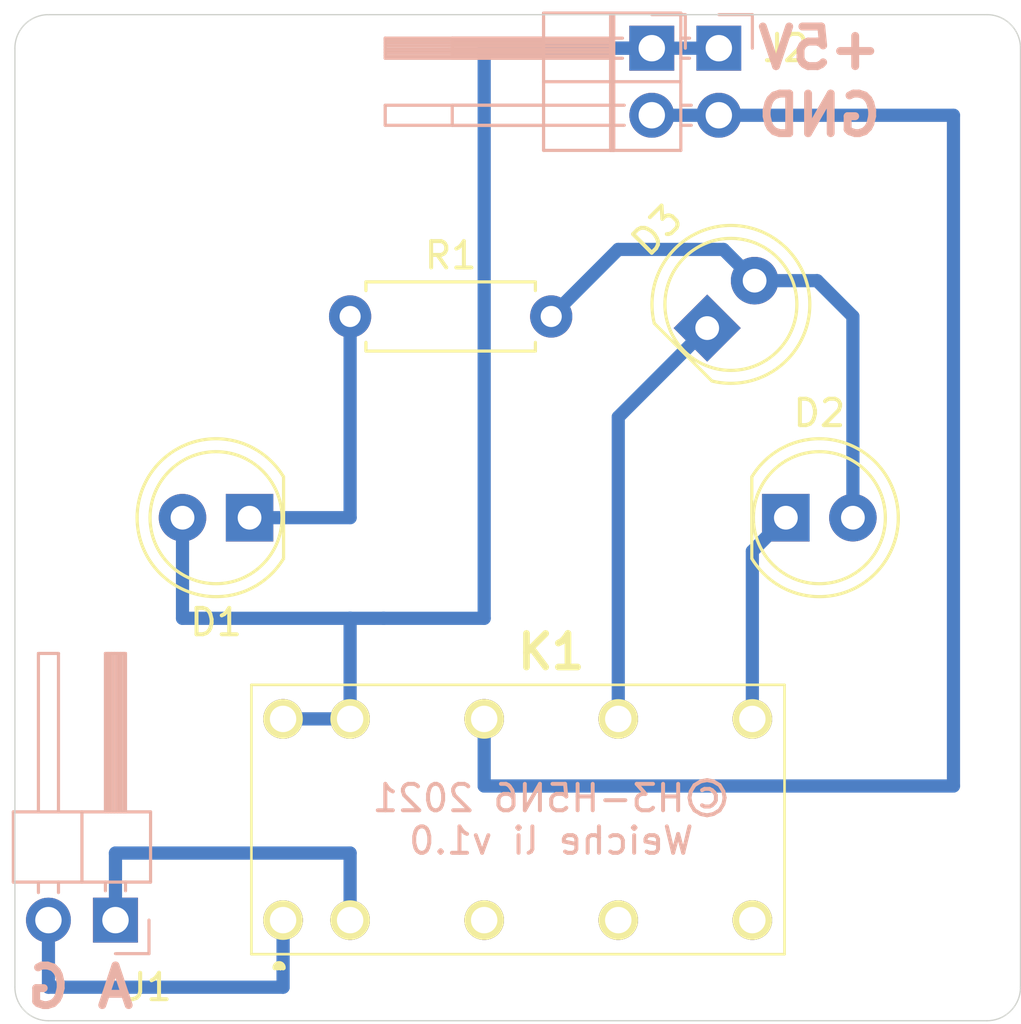
<source format=kicad_pcb>
(kicad_pcb (version 20171130) (host pcbnew 5.1.10)

  (general
    (thickness 1.6)
    (drawings 14)
    (tracks 33)
    (zones 0)
    (modules 10)
    (nets 9)
  )

  (page A4)
  (layers
    (0 F.Cu signal)
    (31 B.Cu signal)
    (32 B.Adhes user hide)
    (33 F.Adhes user hide)
    (34 B.Paste user hide)
    (35 F.Paste user hide)
    (36 B.SilkS user)
    (37 F.SilkS user)
    (38 B.Mask user)
    (39 F.Mask user hide)
    (40 Dwgs.User user hide)
    (41 Cmts.User user hide)
    (42 Eco1.User user hide)
    (43 Eco2.User user hide)
    (44 Edge.Cuts user)
    (45 Margin user hide)
    (46 B.CrtYd user)
    (47 F.CrtYd user)
    (48 B.Fab user hide)
    (49 F.Fab user hide)
  )

  (setup
    (last_trace_width 0.5)
    (trace_clearance 0.2)
    (zone_clearance 0.508)
    (zone_45_only no)
    (trace_min 0.2)
    (via_size 0.8)
    (via_drill 0.4)
    (via_min_size 0.4)
    (via_min_drill 0.3)
    (uvia_size 0.3)
    (uvia_drill 0.1)
    (uvias_allowed no)
    (uvia_min_size 0.2)
    (uvia_min_drill 0.1)
    (edge_width 0.05)
    (segment_width 0.2)
    (pcb_text_width 0.3)
    (pcb_text_size 1.5 1.5)
    (mod_edge_width 0.12)
    (mod_text_size 1 1)
    (mod_text_width 0.15)
    (pad_size 3.2 3.2)
    (pad_drill 3.2)
    (pad_to_mask_clearance 0)
    (aux_axis_origin 0 0)
    (grid_origin 115.57 87.63)
    (visible_elements FFFFFF7F)
    (pcbplotparams
      (layerselection 0x010fc_ffffffff)
      (usegerberextensions true)
      (usegerberattributes false)
      (usegerberadvancedattributes false)
      (creategerberjobfile false)
      (excludeedgelayer true)
      (linewidth 0.100000)
      (plotframeref false)
      (viasonmask false)
      (mode 1)
      (useauxorigin false)
      (hpglpennumber 1)
      (hpglpenspeed 20)
      (hpglpendiameter 15.000000)
      (psnegative false)
      (psa4output false)
      (plotreference true)
      (plotvalue false)
      (plotinvisibletext false)
      (padsonsilk false)
      (subtractmaskfromsilk true)
      (outputformat 1)
      (mirror false)
      (drillshape 0)
      (scaleselection 1)
      (outputdirectory "plot/"))
  )

  (net 0 "")
  (net 1 "Net-(D1-Pad1)")
  (net 2 "Net-(D2-Pad1)")
  (net 3 "Net-(D3-Pad1)")
  (net 4 "Net-(J1-Pad2)")
  (net 5 "Net-(J1-Pad1)")
  (net 6 +5V)
  (net 7 GND)
  (net 8 "Net-(D2-Pad2)")

  (net_class Default "This is the default net class."
    (clearance 0.2)
    (trace_width 0.5)
    (via_dia 0.8)
    (via_drill 0.4)
    (uvia_dia 0.3)
    (uvia_drill 0.1)
    (add_net +5V)
    (add_net GND)
    (add_net "Net-(D1-Pad1)")
    (add_net "Net-(D2-Pad1)")
    (add_net "Net-(D2-Pad2)")
    (add_net "Net-(D3-Pad1)")
    (add_net "Net-(J1-Pad1)")
    (add_net "Net-(J1-Pad2)")
  )

  (module Mounting_Holes:MountingHole_3.2mm_M3 (layer F.Cu) (tedit 56D1B4CB) (tstamp 609037AC)
    (at 123.19 97.79)
    (descr "Mounting Hole 3.2mm, no annular, M3")
    (tags "mounting hole 3.2mm no annular m3")
    (path /6074DA08)
    (attr virtual)
    (fp_text reference H1 (at 0 -4.2) (layer F.SilkS) hide
      (effects (font (size 1 1) (thickness 0.15)))
    )
    (fp_text value MountingHole (at 0 4.2) (layer F.Fab) hide
      (effects (font (size 1 1) (thickness 0.15)))
    )
    (fp_circle (center 0 0) (end 3.45 0) (layer F.CrtYd) (width 0.05))
    (fp_circle (center 0 0) (end 3.2 0) (layer Cmts.User) (width 0.15))
    (fp_text user %R (at 0.3 0) (layer F.Fab) hide
      (effects (font (size 1 1) (thickness 0.15)))
    )
    (pad 1 np_thru_hole circle (at 0 0) (size 3.2 3.2) (drill 3.2) (layers *.Cu *.Mask))
  )

  (module HFD2005SL2D (layer F.Cu) (tedit 60566F5C) (tstamp 6090372C)
    (at 125.73 121.92)
    (descr HFD2/005-S-L2-D-3)
    (tags "Relay or Contactor")
    (path /6125B40D)
    (fp_text reference K1 (at 10.16 -10.16) (layer F.SilkS)
      (effects (font (size 1.27 1.27) (thickness 0.254)))
    )
    (fp_text value HFD2_005-S-L2-D (at 8.9 -3.53) (layer F.SilkS) hide
      (effects (font (size 1.27 1.27) (thickness 0.254)))
    )
    (fp_line (start -0.1 1.8) (end -0.1 1.8) (layer F.SilkS) (width 0.2))
    (fp_line (start 0 1.8) (end 0 1.8) (layer F.SilkS) (width 0.2))
    (fp_line (start -0.1 1.8) (end -0.1 1.8) (layer F.SilkS) (width 0.2))
    (fp_line (start -2.2 -9.91) (end -2.2 2.85) (layer Dwgs.User) (width 0.1))
    (fp_line (start 20 -9.91) (end -2.2 -9.91) (layer Dwgs.User) (width 0.1))
    (fp_line (start 20 2.85) (end 20 -9.91) (layer Dwgs.User) (width 0.1))
    (fp_line (start -2.2 2.85) (end 20 2.85) (layer Dwgs.User) (width 0.1))
    (fp_line (start -1.2 -8.91) (end -1.2 1.29) (layer F.SilkS) (width 0.1))
    (fp_line (start 19 -8.91) (end -1.2 -8.91) (layer F.SilkS) (width 0.1))
    (fp_line (start 19 1.29) (end 19 -8.91) (layer F.SilkS) (width 0.1))
    (fp_line (start -1.2 1.29) (end 19 1.29) (layer F.SilkS) (width 0.1))
    (fp_line (start -1.2 1.29) (end -1.2 -8.91) (layer Dwgs.User) (width 0.2))
    (fp_line (start 19 1.29) (end -1.2 1.29) (layer Dwgs.User) (width 0.2))
    (fp_line (start 19 -8.91) (end 19 1.29) (layer Dwgs.User) (width 0.2))
    (fp_line (start -1.2 -8.91) (end 19 -8.91) (layer Dwgs.User) (width 0.2))
    (fp_arc (start -0.15 1.8) (end -0.1 1.8) (angle -180) (layer F.SilkS) (width 0.2))
    (fp_arc (start -0.15 1.8) (end 0 1.8) (angle -180) (layer F.SilkS) (width 0.2))
    (fp_arc (start -0.15 1.8) (end -0.1 1.8) (angle -180) (layer F.SilkS) (width 0.2))
    (pad 1 thru_hole circle (at 0 0 90) (size 1.5 1.5) (drill 1) (layers *.Cu *.Mask F.SilkS)
      (net 4 "Net-(J1-Pad2)"))
    (pad 2 thru_hole circle (at 2.54 0 90) (size 1.5 1.5) (drill 1) (layers *.Cu *.Mask F.SilkS)
      (net 5 "Net-(J1-Pad1)"))
    (pad 4 thru_hole circle (at 7.62 0 90) (size 1.5 1.5) (drill 1) (layers *.Cu *.Mask F.SilkS))
    (pad 6 thru_hole circle (at 12.7 0 90) (size 1.5 1.5) (drill 1) (layers *.Cu *.Mask F.SilkS))
    (pad 8 thru_hole circle (at 17.78 0 90) (size 1.5 1.5) (drill 1) (layers *.Cu *.Mask F.SilkS))
    (pad 9 thru_hole circle (at 17.78 -7.62 90) (size 1.5 1.5) (drill 1) (layers *.Cu *.Mask F.SilkS)
      (net 2 "Net-(D2-Pad1)"))
    (pad 11 thru_hole circle (at 12.7 -7.62 90) (size 1.5 1.5) (drill 1) (layers *.Cu *.Mask F.SilkS)
      (net 3 "Net-(D3-Pad1)"))
    (pad 13 thru_hole circle (at 7.62 -7.62 90) (size 1.5 1.5) (drill 1) (layers *.Cu *.Mask F.SilkS)
      (net 7 GND))
    (pad 15 thru_hole circle (at 2.54 -7.62 90) (size 1.5 1.5) (drill 1) (layers *.Cu *.Mask F.SilkS)
      (net 6 +5V))
    (pad 16 thru_hole circle (at 0 -7.62 90) (size 1.5 1.5) (drill 1) (layers *.Cu *.Mask F.SilkS)
      (net 6 +5V))
  )

  (module LEDs:LED_D5.0mm (layer F.Cu) (tedit 5995936A) (tstamp 606F8082)
    (at 124.46 106.68 180)
    (descr "LED, diameter 5.0mm, 2 pins, http://cdn-reichelt.de/documents/datenblatt/A500/LL-504BC2E-009.pdf")
    (tags "LED diameter 5.0mm 2 pins")
    (path /612111BE)
    (fp_text reference D1 (at 1.27 -3.96) (layer F.SilkS)
      (effects (font (size 1 1) (thickness 0.15)))
    )
    (fp_text value LED (at 1.27 3.96) (layer F.Fab)
      (effects (font (size 1 1) (thickness 0.15)))
    )
    (fp_line (start 4.5 -3.25) (end -1.95 -3.25) (layer F.CrtYd) (width 0.05))
    (fp_line (start 4.5 3.25) (end 4.5 -3.25) (layer F.CrtYd) (width 0.05))
    (fp_line (start -1.95 3.25) (end 4.5 3.25) (layer F.CrtYd) (width 0.05))
    (fp_line (start -1.95 -3.25) (end -1.95 3.25) (layer F.CrtYd) (width 0.05))
    (fp_line (start -1.29 -1.545) (end -1.29 1.545) (layer F.SilkS) (width 0.12))
    (fp_line (start -1.23 -1.469694) (end -1.23 1.469694) (layer F.Fab) (width 0.1))
    (fp_circle (center 1.27 0) (end 3.77 0) (layer F.SilkS) (width 0.12))
    (fp_circle (center 1.27 0) (end 3.77 0) (layer F.Fab) (width 0.1))
    (fp_text user %R (at 1.27 -3.81) (layer F.Fab)
      (effects (font (size 0.8 0.8) (thickness 0.2)))
    )
    (fp_arc (start 1.27 0) (end -1.29 1.54483) (angle -148.9) (layer F.SilkS) (width 0.12))
    (fp_arc (start 1.27 0) (end -1.29 -1.54483) (angle 148.9) (layer F.SilkS) (width 0.12))
    (fp_arc (start 1.27 0) (end -1.23 -1.469694) (angle 299.1) (layer F.Fab) (width 0.1))
    (pad 2 thru_hole circle (at 2.54 0 180) (size 1.8 1.8) (drill 0.9) (layers *.Cu *.Mask)
      (net 6 +5V))
    (pad 1 thru_hole rect (at 0 0 180) (size 1.8 1.8) (drill 0.9) (layers *.Cu *.Mask)
      (net 1 "Net-(D1-Pad1)"))
    (model ${KISYS3DMOD}/LEDs.3dshapes/LED_D5.0mm.wrl
      (at (xyz 0 0 0))
      (scale (xyz 0.393701 0.393701 0.393701))
      (rotate (xyz 0 0 0))
    )
  )

  (module LEDs:LED_D5.0mm (layer F.Cu) (tedit 5995936A) (tstamp 606F8094)
    (at 144.78 106.68)
    (descr "LED, diameter 5.0mm, 2 pins, http://cdn-reichelt.de/documents/datenblatt/A500/LL-504BC2E-009.pdf")
    (tags "LED diameter 5.0mm 2 pins")
    (path /61211E8C)
    (fp_text reference D2 (at 1.27 -3.96) (layer F.SilkS)
      (effects (font (size 1 1) (thickness 0.15)))
    )
    (fp_text value LED (at 1.27 3.96) (layer F.Fab)
      (effects (font (size 1 1) (thickness 0.15)))
    )
    (fp_circle (center 1.27 0) (end 3.77 0) (layer F.Fab) (width 0.1))
    (fp_circle (center 1.27 0) (end 3.77 0) (layer F.SilkS) (width 0.12))
    (fp_line (start -1.23 -1.469694) (end -1.23 1.469694) (layer F.Fab) (width 0.1))
    (fp_line (start -1.29 -1.545) (end -1.29 1.545) (layer F.SilkS) (width 0.12))
    (fp_line (start -1.95 -3.25) (end -1.95 3.25) (layer F.CrtYd) (width 0.05))
    (fp_line (start -1.95 3.25) (end 4.5 3.25) (layer F.CrtYd) (width 0.05))
    (fp_line (start 4.5 3.25) (end 4.5 -3.25) (layer F.CrtYd) (width 0.05))
    (fp_line (start 4.5 -3.25) (end -1.95 -3.25) (layer F.CrtYd) (width 0.05))
    (fp_arc (start 1.27 0) (end -1.23 -1.469694) (angle 299.1) (layer F.Fab) (width 0.1))
    (fp_arc (start 1.27 0) (end -1.29 -1.54483) (angle 148.9) (layer F.SilkS) (width 0.12))
    (fp_arc (start 1.27 0) (end -1.29 1.54483) (angle -148.9) (layer F.SilkS) (width 0.12))
    (fp_text user %R (at 1.25 -3.81) (layer F.Fab)
      (effects (font (size 0.8 0.8) (thickness 0.2)))
    )
    (pad 1 thru_hole rect (at 0 0) (size 1.8 1.8) (drill 0.9) (layers *.Cu *.Mask)
      (net 2 "Net-(D2-Pad1)"))
    (pad 2 thru_hole circle (at 2.54 0) (size 1.8 1.8) (drill 0.9) (layers *.Cu *.Mask)
      (net 8 "Net-(D2-Pad2)"))
    (model ${KISYS3DMOD}/LEDs.3dshapes/LED_D5.0mm.wrl
      (at (xyz 0 0 0))
      (scale (xyz 0.393701 0.393701 0.393701))
      (rotate (xyz 0 0 0))
    )
  )

  (module LEDs:LED_D5.0mm (layer F.Cu) (tedit 5995936A) (tstamp 606F80A6)
    (at 141.8 99.5 45)
    (descr "LED, diameter 5.0mm, 2 pins, http://cdn-reichelt.de/documents/datenblatt/A500/LL-504BC2E-009.pdf")
    (tags "LED diameter 5.0mm 2 pins")
    (path /612122F7)
    (fp_text reference D3 (at 1.27 -3.96 45) (layer F.SilkS)
      (effects (font (size 1 1) (thickness 0.15)))
    )
    (fp_text value LED (at 1.27 3.96 45) (layer F.Fab)
      (effects (font (size 1 1) (thickness 0.15)))
    )
    (fp_line (start 4.5 -3.25) (end -1.95 -3.25) (layer F.CrtYd) (width 0.05))
    (fp_line (start 4.5 3.25) (end 4.5 -3.25) (layer F.CrtYd) (width 0.05))
    (fp_line (start -1.95 3.25) (end 4.5 3.25) (layer F.CrtYd) (width 0.05))
    (fp_line (start -1.95 -3.25) (end -1.95 3.25) (layer F.CrtYd) (width 0.05))
    (fp_line (start -1.29 -1.545) (end -1.29 1.545) (layer F.SilkS) (width 0.12))
    (fp_line (start -1.23 -1.469694) (end -1.23 1.469694) (layer F.Fab) (width 0.1))
    (fp_circle (center 1.27 0) (end 3.77 0) (layer F.SilkS) (width 0.12))
    (fp_circle (center 1.27 0) (end 3.77 0) (layer F.Fab) (width 0.1))
    (fp_text user %R (at 1.796051 -3.592102 45) (layer F.Fab)
      (effects (font (size 0.8 0.8) (thickness 0.2)))
    )
    (fp_arc (start 1.27 0) (end -1.29 1.54483) (angle -148.9) (layer F.SilkS) (width 0.12))
    (fp_arc (start 1.27 0) (end -1.29 -1.54483) (angle 148.9) (layer F.SilkS) (width 0.12))
    (fp_arc (start 1.27 0) (end -1.23 -1.469694) (angle 299.1) (layer F.Fab) (width 0.1))
    (pad 2 thru_hole circle (at 2.54 0 45) (size 1.8 1.8) (drill 0.9) (layers *.Cu *.Mask)
      (net 8 "Net-(D2-Pad2)"))
    (pad 1 thru_hole rect (at 0 0 45) (size 1.8 1.8) (drill 0.9) (layers *.Cu *.Mask)
      (net 3 "Net-(D3-Pad1)"))
    (model ${KISYS3DMOD}/LEDs.3dshapes/LED_D5.0mm.wrl
      (at (xyz 0 0 0))
      (scale (xyz 0.393701 0.393701 0.393701))
      (rotate (xyz 0 0 0))
    )
  )

  (module Resistors_THT:R_Axial_DIN0207_L6.3mm_D2.5mm_P7.62mm_Horizontal (layer F.Cu) (tedit 5874F706) (tstamp 606F8140)
    (at 128.27 99.06)
    (descr "Resistor, Axial_DIN0207 series, Axial, Horizontal, pin pitch=7.62mm, 0.25W = 1/4W, length*diameter=6.3*2.5mm^2, http://cdn-reichelt.de/documents/datenblatt/B400/1_4W%23YAG.pdf")
    (tags "Resistor Axial_DIN0207 series Axial Horizontal pin pitch 7.62mm 0.25W = 1/4W length 6.3mm diameter 2.5mm")
    (path /61212C6E)
    (fp_text reference R1 (at 3.81 -2.31) (layer F.SilkS)
      (effects (font (size 1 1) (thickness 0.15)))
    )
    (fp_text value 100 (at 2.794 2.54) (layer F.Fab)
      (effects (font (size 1 1) (thickness 0.15)))
    )
    (fp_line (start 8.7 -1.6) (end -1.05 -1.6) (layer F.CrtYd) (width 0.05))
    (fp_line (start 8.7 1.6) (end 8.7 -1.6) (layer F.CrtYd) (width 0.05))
    (fp_line (start -1.05 1.6) (end 8.7 1.6) (layer F.CrtYd) (width 0.05))
    (fp_line (start -1.05 -1.6) (end -1.05 1.6) (layer F.CrtYd) (width 0.05))
    (fp_line (start 7.02 1.31) (end 7.02 0.98) (layer F.SilkS) (width 0.12))
    (fp_line (start 0.6 1.31) (end 7.02 1.31) (layer F.SilkS) (width 0.12))
    (fp_line (start 0.6 0.98) (end 0.6 1.31) (layer F.SilkS) (width 0.12))
    (fp_line (start 7.02 -1.31) (end 7.02 -0.98) (layer F.SilkS) (width 0.12))
    (fp_line (start 0.6 -1.31) (end 7.02 -1.31) (layer F.SilkS) (width 0.12))
    (fp_line (start 0.6 -0.98) (end 0.6 -1.31) (layer F.SilkS) (width 0.12))
    (fp_line (start 7.62 0) (end 6.96 0) (layer F.Fab) (width 0.1))
    (fp_line (start 0 0) (end 0.66 0) (layer F.Fab) (width 0.1))
    (fp_line (start 6.96 -1.25) (end 0.66 -1.25) (layer F.Fab) (width 0.1))
    (fp_line (start 6.96 1.25) (end 6.96 -1.25) (layer F.Fab) (width 0.1))
    (fp_line (start 0.66 1.25) (end 6.96 1.25) (layer F.Fab) (width 0.1))
    (fp_line (start 0.66 -1.25) (end 0.66 1.25) (layer F.Fab) (width 0.1))
    (pad 2 thru_hole oval (at 7.62 0) (size 1.6 1.6) (drill 0.8) (layers *.Cu *.Mask)
      (net 8 "Net-(D2-Pad2)"))
    (pad 1 thru_hole circle (at 0 0) (size 1.6 1.6) (drill 0.8) (layers *.Cu *.Mask)
      (net 1 "Net-(D1-Pad1)"))
    (model ${KISYS3DMOD}/Resistors_THT.3dshapes/R_Axial_DIN0207_L6.3mm_D2.5mm_P7.62mm_Horizontal.wrl
      (at (xyz 0 0 0))
      (scale (xyz 0.393701 0.393701 0.393701))
      (rotate (xyz 0 0 0))
    )
  )

  (module Pin_Headers:Pin_Header_Angled_1x02_Pitch2.54mm (layer B.Cu) (tedit 59650532) (tstamp 606F8EF6)
    (at 119.38 121.92 90)
    (descr "Through hole angled pin header, 1x02, 2.54mm pitch, 6mm pin length, single row")
    (tags "Through hole angled pin header THT 1x02 2.54mm single row")
    (path /61262617)
    (fp_text reference J1 (at -2.54 1.27) (layer F.SilkS)
      (effects (font (size 1 1) (thickness 0.15)))
    )
    (fp_text value Conn_01x02_Male (at 4.385 -4.81 270) (layer B.Fab)
      (effects (font (size 1 1) (thickness 0.15)) (justify mirror))
    )
    (fp_line (start 10.55 1.8) (end -1.8 1.8) (layer B.CrtYd) (width 0.05))
    (fp_line (start 10.55 -4.35) (end 10.55 1.8) (layer B.CrtYd) (width 0.05))
    (fp_line (start -1.8 -4.35) (end 10.55 -4.35) (layer B.CrtYd) (width 0.05))
    (fp_line (start -1.8 1.8) (end -1.8 -4.35) (layer B.CrtYd) (width 0.05))
    (fp_line (start -1.27 1.27) (end 0 1.27) (layer B.SilkS) (width 0.12))
    (fp_line (start -1.27 0) (end -1.27 1.27) (layer B.SilkS) (width 0.12))
    (fp_line (start 1.042929 -2.92) (end 1.44 -2.92) (layer B.SilkS) (width 0.12))
    (fp_line (start 1.042929 -2.16) (end 1.44 -2.16) (layer B.SilkS) (width 0.12))
    (fp_line (start 10.1 -2.92) (end 4.1 -2.92) (layer B.SilkS) (width 0.12))
    (fp_line (start 10.1 -2.16) (end 10.1 -2.92) (layer B.SilkS) (width 0.12))
    (fp_line (start 4.1 -2.16) (end 10.1 -2.16) (layer B.SilkS) (width 0.12))
    (fp_line (start 1.44 -1.27) (end 4.1 -1.27) (layer B.SilkS) (width 0.12))
    (fp_line (start 1.11 -0.38) (end 1.44 -0.38) (layer B.SilkS) (width 0.12))
    (fp_line (start 1.11 0.38) (end 1.44 0.38) (layer B.SilkS) (width 0.12))
    (fp_line (start 4.1 -0.28) (end 10.1 -0.28) (layer B.SilkS) (width 0.12))
    (fp_line (start 4.1 -0.16) (end 10.1 -0.16) (layer B.SilkS) (width 0.12))
    (fp_line (start 4.1 -0.04) (end 10.1 -0.04) (layer B.SilkS) (width 0.12))
    (fp_line (start 4.1 0.08) (end 10.1 0.08) (layer B.SilkS) (width 0.12))
    (fp_line (start 4.1 0.2) (end 10.1 0.2) (layer B.SilkS) (width 0.12))
    (fp_line (start 4.1 0.32) (end 10.1 0.32) (layer B.SilkS) (width 0.12))
    (fp_line (start 10.1 -0.38) (end 4.1 -0.38) (layer B.SilkS) (width 0.12))
    (fp_line (start 10.1 0.38) (end 10.1 -0.38) (layer B.SilkS) (width 0.12))
    (fp_line (start 4.1 0.38) (end 10.1 0.38) (layer B.SilkS) (width 0.12))
    (fp_line (start 4.1 1.33) (end 1.44 1.33) (layer B.SilkS) (width 0.12))
    (fp_line (start 4.1 -3.87) (end 4.1 1.33) (layer B.SilkS) (width 0.12))
    (fp_line (start 1.44 -3.87) (end 4.1 -3.87) (layer B.SilkS) (width 0.12))
    (fp_line (start 1.44 1.33) (end 1.44 -3.87) (layer B.SilkS) (width 0.12))
    (fp_line (start 4.04 -2.86) (end 10.04 -2.86) (layer B.Fab) (width 0.1))
    (fp_line (start 10.04 -2.22) (end 10.04 -2.86) (layer B.Fab) (width 0.1))
    (fp_line (start 4.04 -2.22) (end 10.04 -2.22) (layer B.Fab) (width 0.1))
    (fp_line (start -0.32 -2.86) (end 1.5 -2.86) (layer B.Fab) (width 0.1))
    (fp_line (start -0.32 -2.22) (end -0.32 -2.86) (layer B.Fab) (width 0.1))
    (fp_line (start -0.32 -2.22) (end 1.5 -2.22) (layer B.Fab) (width 0.1))
    (fp_line (start 4.04 -0.32) (end 10.04 -0.32) (layer B.Fab) (width 0.1))
    (fp_line (start 10.04 0.32) (end 10.04 -0.32) (layer B.Fab) (width 0.1))
    (fp_line (start 4.04 0.32) (end 10.04 0.32) (layer B.Fab) (width 0.1))
    (fp_line (start -0.32 -0.32) (end 1.5 -0.32) (layer B.Fab) (width 0.1))
    (fp_line (start -0.32 0.32) (end -0.32 -0.32) (layer B.Fab) (width 0.1))
    (fp_line (start -0.32 0.32) (end 1.5 0.32) (layer B.Fab) (width 0.1))
    (fp_line (start 1.5 0.635) (end 2.135 1.27) (layer B.Fab) (width 0.1))
    (fp_line (start 1.5 -3.81) (end 1.5 0.635) (layer B.Fab) (width 0.1))
    (fp_line (start 4.04 -3.81) (end 1.5 -3.81) (layer B.Fab) (width 0.1))
    (fp_line (start 4.04 1.27) (end 4.04 -3.81) (layer B.Fab) (width 0.1))
    (fp_line (start 2.135 1.27) (end 4.04 1.27) (layer B.Fab) (width 0.1))
    (fp_text user %R (at 0 1.27) (layer B.Fab)
      (effects (font (size 1 1) (thickness 0.15)) (justify mirror))
    )
    (pad 2 thru_hole oval (at 0 -2.54 90) (size 1.7 1.7) (drill 1) (layers *.Cu *.Mask)
      (net 4 "Net-(J1-Pad2)"))
    (pad 1 thru_hole rect (at 0 0 90) (size 1.7 1.7) (drill 1) (layers *.Cu *.Mask)
      (net 5 "Net-(J1-Pad1)"))
    (model ${KISYS3DMOD}/Pin_Headers.3dshapes/Pin_Header_Angled_1x02_Pitch2.54mm.wrl
      (at (xyz 0 0 0))
      (scale (xyz 1 1 1))
      (rotate (xyz 0 0 0))
    )
  )

  (module Pin_Headers:Pin_Header_Angled_1x02_Pitch2.54mm (layer B.Cu) (tedit 59650532) (tstamp 606F8F28)
    (at 139.7 88.9 180)
    (descr "Through hole angled pin header, 1x02, 2.54mm pitch, 6mm pin length, single row")
    (tags "Through hole angled pin header THT 1x02 2.54mm single row")
    (path /61263F3E)
    (fp_text reference J2 (at -5.08 0) (layer F.SilkS)
      (effects (font (size 1 1) (thickness 0.15)))
    )
    (fp_text value Power (at 4.385 -4.81) (layer B.Fab)
      (effects (font (size 1 1) (thickness 0.15)) (justify mirror))
    )
    (fp_line (start 2.135 1.27) (end 4.04 1.27) (layer B.Fab) (width 0.1))
    (fp_line (start 4.04 1.27) (end 4.04 -3.81) (layer B.Fab) (width 0.1))
    (fp_line (start 4.04 -3.81) (end 1.5 -3.81) (layer B.Fab) (width 0.1))
    (fp_line (start 1.5 -3.81) (end 1.5 0.635) (layer B.Fab) (width 0.1))
    (fp_line (start 1.5 0.635) (end 2.135 1.27) (layer B.Fab) (width 0.1))
    (fp_line (start -0.32 0.32) (end 1.5 0.32) (layer B.Fab) (width 0.1))
    (fp_line (start -0.32 0.32) (end -0.32 -0.32) (layer B.Fab) (width 0.1))
    (fp_line (start -0.32 -0.32) (end 1.5 -0.32) (layer B.Fab) (width 0.1))
    (fp_line (start 4.04 0.32) (end 10.04 0.32) (layer B.Fab) (width 0.1))
    (fp_line (start 10.04 0.32) (end 10.04 -0.32) (layer B.Fab) (width 0.1))
    (fp_line (start 4.04 -0.32) (end 10.04 -0.32) (layer B.Fab) (width 0.1))
    (fp_line (start -0.32 -2.22) (end 1.5 -2.22) (layer B.Fab) (width 0.1))
    (fp_line (start -0.32 -2.22) (end -0.32 -2.86) (layer B.Fab) (width 0.1))
    (fp_line (start -0.32 -2.86) (end 1.5 -2.86) (layer B.Fab) (width 0.1))
    (fp_line (start 4.04 -2.22) (end 10.04 -2.22) (layer B.Fab) (width 0.1))
    (fp_line (start 10.04 -2.22) (end 10.04 -2.86) (layer B.Fab) (width 0.1))
    (fp_line (start 4.04 -2.86) (end 10.04 -2.86) (layer B.Fab) (width 0.1))
    (fp_line (start 1.44 1.33) (end 1.44 -3.87) (layer B.SilkS) (width 0.12))
    (fp_line (start 1.44 -3.87) (end 4.1 -3.87) (layer B.SilkS) (width 0.12))
    (fp_line (start 4.1 -3.87) (end 4.1 1.33) (layer B.SilkS) (width 0.12))
    (fp_line (start 4.1 1.33) (end 1.44 1.33) (layer B.SilkS) (width 0.12))
    (fp_line (start 4.1 0.38) (end 10.1 0.38) (layer B.SilkS) (width 0.12))
    (fp_line (start 10.1 0.38) (end 10.1 -0.38) (layer B.SilkS) (width 0.12))
    (fp_line (start 10.1 -0.38) (end 4.1 -0.38) (layer B.SilkS) (width 0.12))
    (fp_line (start 4.1 0.32) (end 10.1 0.32) (layer B.SilkS) (width 0.12))
    (fp_line (start 4.1 0.2) (end 10.1 0.2) (layer B.SilkS) (width 0.12))
    (fp_line (start 4.1 0.08) (end 10.1 0.08) (layer B.SilkS) (width 0.12))
    (fp_line (start 4.1 -0.04) (end 10.1 -0.04) (layer B.SilkS) (width 0.12))
    (fp_line (start 4.1 -0.16) (end 10.1 -0.16) (layer B.SilkS) (width 0.12))
    (fp_line (start 4.1 -0.28) (end 10.1 -0.28) (layer B.SilkS) (width 0.12))
    (fp_line (start 1.11 0.38) (end 1.44 0.38) (layer B.SilkS) (width 0.12))
    (fp_line (start 1.11 -0.38) (end 1.44 -0.38) (layer B.SilkS) (width 0.12))
    (fp_line (start 1.44 -1.27) (end 4.1 -1.27) (layer B.SilkS) (width 0.12))
    (fp_line (start 4.1 -2.16) (end 10.1 -2.16) (layer B.SilkS) (width 0.12))
    (fp_line (start 10.1 -2.16) (end 10.1 -2.92) (layer B.SilkS) (width 0.12))
    (fp_line (start 10.1 -2.92) (end 4.1 -2.92) (layer B.SilkS) (width 0.12))
    (fp_line (start 1.042929 -2.16) (end 1.44 -2.16) (layer B.SilkS) (width 0.12))
    (fp_line (start 1.042929 -2.92) (end 1.44 -2.92) (layer B.SilkS) (width 0.12))
    (fp_line (start -1.27 0) (end -1.27 1.27) (layer B.SilkS) (width 0.12))
    (fp_line (start -1.27 1.27) (end 0 1.27) (layer B.SilkS) (width 0.12))
    (fp_line (start -1.8 1.8) (end -1.8 -4.35) (layer B.CrtYd) (width 0.05))
    (fp_line (start -1.8 -4.35) (end 10.55 -4.35) (layer B.CrtYd) (width 0.05))
    (fp_line (start 10.55 -4.35) (end 10.55 1.8) (layer B.CrtYd) (width 0.05))
    (fp_line (start 10.55 1.8) (end -1.8 1.8) (layer B.CrtYd) (width 0.05))
    (fp_text user %R (at 1.5 -3.81 270) (layer B.Fab)
      (effects (font (size 1 1) (thickness 0.15)) (justify mirror))
    )
    (pad 1 thru_hole rect (at 0 0 180) (size 1.7 1.7) (drill 1) (layers *.Cu *.Mask)
      (net 6 +5V))
    (pad 2 thru_hole oval (at 0 -2.54 180) (size 1.7 1.7) (drill 1) (layers *.Cu *.Mask)
      (net 7 GND))
    (model ${KISYS3DMOD}/Pin_Headers.3dshapes/Pin_Header_Angled_1x02_Pitch2.54mm.wrl
      (at (xyz 0 0 0))
      (scale (xyz 1 1 1))
      (rotate (xyz 0 0 0))
    )
  )

  (module Pin_Headers:Pin_Header_Angled_1x02_Pitch2.54mm (layer B.Cu) (tedit 59650532) (tstamp 606F8F5A)
    (at 142.24 88.9 180)
    (descr "Through hole angled pin header, 1x02, 2.54mm pitch, 6mm pin length, single row")
    (tags "Through hole angled pin header THT 1x02 2.54mm single row")
    (path /612729E3)
    (fp_text reference J3 (at -2.54 -2.54) (layer F.SilkS) hide
      (effects (font (size 1 1) (thickness 0.15)))
    )
    (fp_text value Conn_01x02_Male (at 4.385 -4.81) (layer B.Fab)
      (effects (font (size 1 1) (thickness 0.15)) (justify mirror))
    )
    (fp_line (start 10.55 1.8) (end -1.8 1.8) (layer B.CrtYd) (width 0.05))
    (fp_line (start 10.55 -4.35) (end 10.55 1.8) (layer B.CrtYd) (width 0.05))
    (fp_line (start -1.8 -4.35) (end 10.55 -4.35) (layer B.CrtYd) (width 0.05))
    (fp_line (start -1.8 1.8) (end -1.8 -4.35) (layer B.CrtYd) (width 0.05))
    (fp_line (start -1.27 1.27) (end 0 1.27) (layer B.SilkS) (width 0.12))
    (fp_line (start -1.27 0) (end -1.27 1.27) (layer B.SilkS) (width 0.12))
    (fp_line (start 1.042929 -2.92) (end 1.44 -2.92) (layer B.SilkS) (width 0.12))
    (fp_line (start 1.042929 -2.16) (end 1.44 -2.16) (layer B.SilkS) (width 0.12))
    (fp_line (start 10.1 -2.92) (end 4.1 -2.92) (layer B.SilkS) (width 0.12))
    (fp_line (start 10.1 -2.16) (end 10.1 -2.92) (layer B.SilkS) (width 0.12))
    (fp_line (start 4.1 -2.16) (end 10.1 -2.16) (layer B.SilkS) (width 0.12))
    (fp_line (start 1.44 -1.27) (end 4.1 -1.27) (layer B.SilkS) (width 0.12))
    (fp_line (start 1.11 -0.38) (end 1.44 -0.38) (layer B.SilkS) (width 0.12))
    (fp_line (start 1.11 0.38) (end 1.44 0.38) (layer B.SilkS) (width 0.12))
    (fp_line (start 4.1 -0.28) (end 10.1 -0.28) (layer B.SilkS) (width 0.12))
    (fp_line (start 4.1 -0.16) (end 10.1 -0.16) (layer B.SilkS) (width 0.12))
    (fp_line (start 4.1 -0.04) (end 10.1 -0.04) (layer B.SilkS) (width 0.12))
    (fp_line (start 4.1 0.08) (end 10.1 0.08) (layer B.SilkS) (width 0.12))
    (fp_line (start 4.1 0.2) (end 10.1 0.2) (layer B.SilkS) (width 0.12))
    (fp_line (start 4.1 0.32) (end 10.1 0.32) (layer B.SilkS) (width 0.12))
    (fp_line (start 10.1 -0.38) (end 4.1 -0.38) (layer B.SilkS) (width 0.12))
    (fp_line (start 10.1 0.38) (end 10.1 -0.38) (layer B.SilkS) (width 0.12))
    (fp_line (start 4.1 0.38) (end 10.1 0.38) (layer B.SilkS) (width 0.12))
    (fp_line (start 4.1 1.33) (end 1.44 1.33) (layer B.SilkS) (width 0.12))
    (fp_line (start 4.1 -3.87) (end 4.1 1.33) (layer B.SilkS) (width 0.12))
    (fp_line (start 1.44 -3.87) (end 4.1 -3.87) (layer B.SilkS) (width 0.12))
    (fp_line (start 1.44 1.33) (end 1.44 -3.87) (layer B.SilkS) (width 0.12))
    (fp_line (start 4.04 -2.86) (end 10.04 -2.86) (layer B.Fab) (width 0.1))
    (fp_line (start 10.04 -2.22) (end 10.04 -2.86) (layer B.Fab) (width 0.1))
    (fp_line (start 4.04 -2.22) (end 10.04 -2.22) (layer B.Fab) (width 0.1))
    (fp_line (start -0.32 -2.86) (end 1.5 -2.86) (layer B.Fab) (width 0.1))
    (fp_line (start -0.32 -2.22) (end -0.32 -2.86) (layer B.Fab) (width 0.1))
    (fp_line (start -0.32 -2.22) (end 1.5 -2.22) (layer B.Fab) (width 0.1))
    (fp_line (start 4.04 -0.32) (end 10.04 -0.32) (layer B.Fab) (width 0.1))
    (fp_line (start 10.04 0.32) (end 10.04 -0.32) (layer B.Fab) (width 0.1))
    (fp_line (start 4.04 0.32) (end 10.04 0.32) (layer B.Fab) (width 0.1))
    (fp_line (start -0.32 -0.32) (end 1.5 -0.32) (layer B.Fab) (width 0.1))
    (fp_line (start -0.32 0.32) (end -0.32 -0.32) (layer B.Fab) (width 0.1))
    (fp_line (start -0.32 0.32) (end 1.5 0.32) (layer B.Fab) (width 0.1))
    (fp_line (start 1.5 0.635) (end 2.135 1.27) (layer B.Fab) (width 0.1))
    (fp_line (start 1.5 -3.81) (end 1.5 0.635) (layer B.Fab) (width 0.1))
    (fp_line (start 4.04 -3.81) (end 1.5 -3.81) (layer B.Fab) (width 0.1))
    (fp_line (start 4.04 1.27) (end 4.04 -3.81) (layer B.Fab) (width 0.1))
    (fp_line (start 2.135 1.27) (end 4.04 1.27) (layer B.Fab) (width 0.1))
    (fp_text user %R (at 0 -3.81 270) (layer B.Fab)
      (effects (font (size 1 1) (thickness 0.15)) (justify mirror))
    )
    (pad 2 thru_hole oval (at 0 -2.54 180) (size 1.7 1.7) (drill 1) (layers *.Cu *.Mask)
      (net 7 GND))
    (pad 1 thru_hole rect (at 0 0 180) (size 1.7 1.7) (drill 1) (layers *.Cu *.Mask)
      (net 6 +5V))
    (model ${KISYS3DMOD}/Pin_Headers.3dshapes/Pin_Header_Angled_1x02_Pitch2.54mm.wrl
      (at (xyz 0 0 0))
      (scale (xyz 1 1 1))
      (rotate (xyz 0 0 0))
    )
  )

  (module Mounting_Holes:MountingHole_3.2mm_M3 (layer F.Cu) (tedit 56D1B4CB) (tstamp 609035C0)
    (at 149.86 121.92)
    (descr "Mounting Hole 3.2mm, no annular, M3")
    (tags "mounting hole 3.2mm no annular m3")
    (path /6074DA08)
    (attr virtual)
    (fp_text reference H1 (at 0 -4.2) (layer F.SilkS) hide
      (effects (font (size 1 1) (thickness 0.15)))
    )
    (fp_text value MountingHole (at 0 4.2) (layer F.Fab) hide
      (effects (font (size 1 1) (thickness 0.15)))
    )
    (fp_circle (center 0 0) (end 3.2 0) (layer Cmts.User) (width 0.15))
    (fp_circle (center 0 0) (end 3.45 0) (layer F.CrtYd) (width 0.05))
    (fp_text user %R (at 0.3 0) (layer F.Fab) hide
      (effects (font (size 1 1) (thickness 0.15)))
    )
    (pad 1 np_thru_hole circle (at 0 0) (size 3.2 3.2) (drill 3.2) (layers *.Cu *.Mask))
  )

  (gr_text A (at 119.38 124.46) (layer B.SilkS)
    (effects (font (size 1.5 1.5) (thickness 0.3)) (justify mirror))
  )
  (gr_text G (at 116.84 124.46) (layer B.SilkS)
    (effects (font (size 1.5 1.5) (thickness 0.3)) (justify mirror))
  )
  (gr_text GND (at 146.05 91.44) (layer B.SilkS)
    (effects (font (size 1.5 1.5) (thickness 0.3)) (justify mirror))
  )
  (gr_text +5V (at 146.05 88.9) (layer B.SilkS)
    (effects (font (size 1.5 1.5) (thickness 0.3)) (justify mirror))
  )
  (gr_text "©H3-H5N6 2021\nWeiche li v1.0" (at 135.89 118.11) (layer B.SilkS)
    (effects (font (size 1 1) (thickness 0.15)) (justify mirror))
  )
  (gr_arc (start 116.84 88.9) (end 116.84 87.63) (angle -90) (layer Edge.Cuts) (width 0.05) (tstamp 608F350E))
  (gr_arc (start 116.84 124.46) (end 115.57 124.46) (angle -90) (layer Edge.Cuts) (width 0.05) (tstamp 608F350E))
  (gr_arc (start 152.4 124.46) (end 152.4 125.73) (angle -90) (layer Edge.Cuts) (width 0.05) (tstamp 608F350E))
  (gr_arc (start 152.4 88.9) (end 153.67 88.9) (angle -90) (layer Edge.Cuts) (width 0.05))
  (gr_line (start 153.67 124.46) (end 153.67 124.46) (layer Edge.Cuts) (width 0.05) (tstamp 606F9880))
  (gr_line (start 115.57 124.46) (end 115.57 88.9) (layer Edge.Cuts) (width 0.05) (tstamp 606F86FB))
  (gr_line (start 152.4 125.73) (end 116.84 125.73) (layer Edge.Cuts) (width 0.05))
  (gr_line (start 153.67 88.9) (end 153.67 124.46) (layer Edge.Cuts) (width 0.05))
  (gr_line (start 116.84 87.63) (end 152.4 87.63) (layer Edge.Cuts) (width 0.05))

  (segment (start 128.27 106.68) (end 124.46 106.68) (width 0.5) (layer B.Cu) (net 1) (status 20))
  (segment (start 128.27 99.06) (end 128.27 106.68) (width 0.5) (layer B.Cu) (net 1) (status 10))
  (segment (start 144.78 106.68) (end 143.51 107.95) (width 0.5) (layer B.Cu) (net 2))
  (segment (start 143.51 107.95) (end 143.51 114.3) (width 0.5) (layer B.Cu) (net 2))
  (segment (start 141.8 99.5) (end 138.43 102.87) (width 0.5) (layer B.Cu) (net 3))
  (segment (start 138.43 102.87) (end 138.43 114.3) (width 0.5) (layer B.Cu) (net 3))
  (segment (start 116.84 121.92) (end 116.84 124.46) (width 0.5) (layer B.Cu) (net 4) (status 10))
  (segment (start 116.84 124.46) (end 125.73 124.46) (width 0.5) (layer B.Cu) (net 4))
  (segment (start 125.73 124.46) (end 125.73 121.92) (width 0.5) (layer B.Cu) (net 4))
  (segment (start 119.38 121.92) (end 119.38 119.38) (width 0.5) (layer B.Cu) (net 5) (status 10))
  (segment (start 119.38 119.38) (end 128.27 119.38) (width 0.5) (layer B.Cu) (net 5))
  (segment (start 128.27 119.38) (end 128.27 121.92) (width 0.5) (layer B.Cu) (net 5))
  (segment (start 139.7 88.9) (end 137.16 88.9) (width 0.5) (layer B.Cu) (net 6) (status 10))
  (segment (start 139.7 88.9) (end 142.24 88.9) (width 0.5) (layer B.Cu) (net 6) (status 30))
  (segment (start 121.92 106.68) (end 121.92 110.49) (width 0.5) (layer B.Cu) (net 6) (status 10))
  (segment (start 133.35 88.9) (end 139.7 88.9) (width 0.5) (layer B.Cu) (net 6) (status 20))
  (segment (start 133.35 110.49) (end 133.35 88.9) (width 0.5) (layer B.Cu) (net 6))
  (segment (start 129.54 110.49) (end 133.35 110.49) (width 0.5) (layer B.Cu) (net 6))
  (segment (start 125.73 114.3) (end 128.27 114.3) (width 0.5) (layer B.Cu) (net 6))
  (segment (start 128.27 114.3) (end 128.27 110.49) (width 0.5) (layer B.Cu) (net 6))
  (segment (start 128.27 110.49) (end 129.54 110.49) (width 0.5) (layer B.Cu) (net 6))
  (segment (start 121.92 110.49) (end 128.27 110.49) (width 0.5) (layer B.Cu) (net 6))
  (segment (start 139.7 91.44) (end 142.24 91.44) (width 0.5) (layer B.Cu) (net 7) (status 30))
  (segment (start 133.35 114.3) (end 133.35 116.84) (width 0.5) (layer B.Cu) (net 7) (status 10))
  (segment (start 151.13 116.84) (end 151.13 91.44) (width 0.5) (layer B.Cu) (net 7))
  (segment (start 151.13 91.44) (end 142.24 91.44) (width 0.5) (layer B.Cu) (net 7) (status 20))
  (segment (start 151.13 116.84) (end 133.35 116.84) (width 0.5) (layer B.Cu) (net 7))
  (segment (start 147.32 106.68) (end 147.32 99.06) (width 0.5) (layer B.Cu) (net 8) (status 10))
  (segment (start 143.596051 97.703949) (end 142.412102 96.52) (width 0.5) (layer B.Cu) (net 8) (status 10))
  (segment (start 142.412102 96.52) (end 138.43 96.52) (width 0.5) (layer B.Cu) (net 8))
  (segment (start 138.43 96.52) (end 135.89 99.06) (width 0.5) (layer B.Cu) (net 8) (status 20))
  (segment (start 143.596051 97.703949) (end 145.963949 97.703949) (width 0.5) (layer B.Cu) (net 8) (status 10))
  (segment (start 145.963949 97.703949) (end 147.32 99.06) (width 0.5) (layer B.Cu) (net 8))

)

</source>
